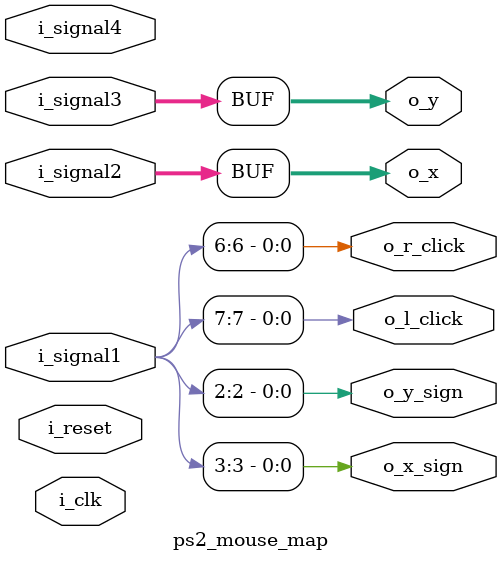
<source format=v>
`timescale 1ns / 1ps


module ps2_mouse_map(
                     input wire        i_clk,
                     input wire        i_reset,
                     input wire [7:0]  i_signal1,
                     input wire [7:0]  i_signal2,
                     input wire [7:0]  i_signal3,
                     input wire [7:0]  i_signal4,
                     output wire [7:0] o_x,
                     output wire [7:0] o_y,
                     output wire       o_x_sign,
                     output wire       o_y_sign,
                     output wire       o_l_click,
                     output wire       o_r_click
                     );

   assign o_x = i_signal2;
   assign o_y = i_signal3;
   assign {o_x_sign, o_y_sign} = i_signal1[3:2];
   assign {o_l_click, o_r_click} = i_signal1[7:6];
endmodule

</source>
